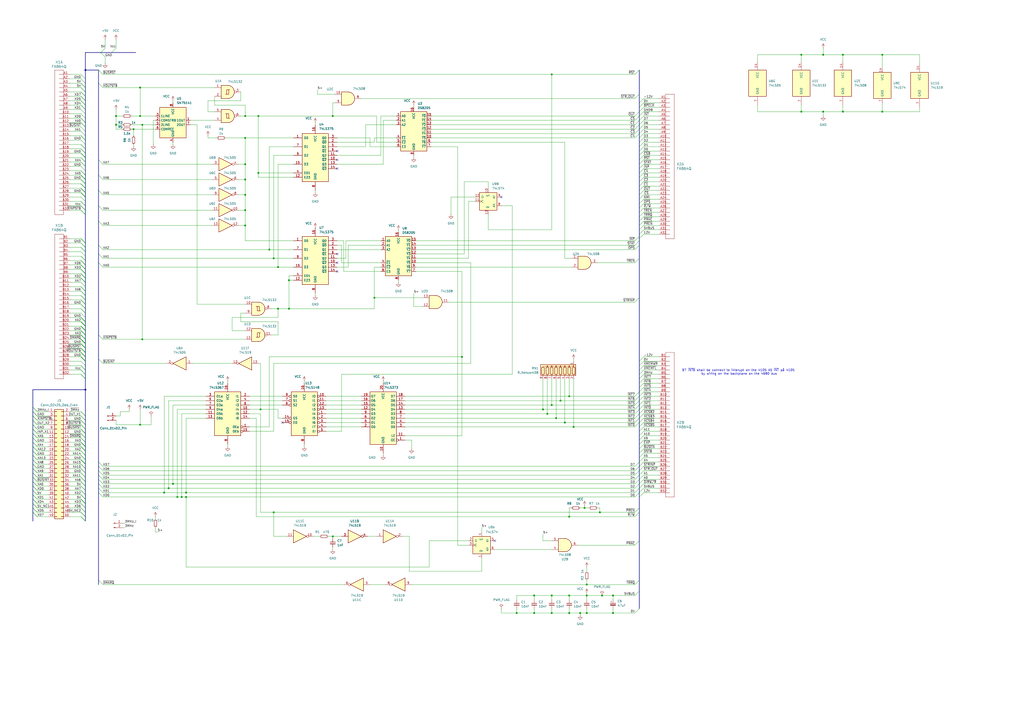
<source format=kicad_sch>
(kicad_sch
	(version 20231120)
	(generator "eeschema")
	(generator_version "8.0")
	(uuid "e1344761-a16d-4352-afe7-1fe017b9cf49")
	(paper "A2")
	(title_block
		(title "DataBoard 5076-00")
		(date "2023-10-10")
		(rev "v1.01")
		(company "SweProj")
		(comment 1 "Monty to 4680 int")
	)
	
	(junction
		(at 49.53 226.06)
		(diameter 0)
		(color 0 0 0 0)
		(uuid "0248e787-6e1c-49e8-8b0b-0fc7558c67a5")
	)
	(junction
		(at 81.28 246.38)
		(diameter 0)
		(color 0 0 0 0)
		(uuid "05b763b4-6408-49b5-b87b-cda311d9b6ce")
	)
	(junction
		(at 339.09 294.64)
		(diameter 0)
		(color 0 0 0 0)
		(uuid "076d30f8-018c-402d-8d10-5dcfd3142667")
	)
	(junction
		(at 149.86 67.31)
		(diameter 0)
		(color 0 0 0 0)
		(uuid "244cec5f-57b0-4577-8df4-68a098bbbd43")
	)
	(junction
		(at 81.28 50.8)
		(diameter 0)
		(color 0 0 0 0)
		(uuid "2871969b-8769-4be0-a32e-a479d171a607")
	)
	(junction
		(at 217.17 172.72)
		(diameter 0)
		(color 0 0 0 0)
		(uuid "2aed1204-9991-4d21-9d3d-b1782b590b56")
	)
	(junction
		(at 320.04 234.95)
		(diameter 0)
		(color 0 0 0 0)
		(uuid "2f528888-c6ea-4d1f-9c69-5cb216669b09")
	)
	(junction
		(at 355.6 355.6)
		(diameter 0)
		(color 0 0 0 0)
		(uuid "35d8cc86-0511-42a3-8650-711c5366c23e")
	)
	(junction
		(at 299.72 355.6)
		(diameter 0)
		(color 0 0 0 0)
		(uuid "365dcba7-1ede-46d0-bfbb-0e40c98742de")
	)
	(junction
		(at 102.87 288.29)
		(diameter 0)
		(color 0 0 0 0)
		(uuid "3b35ce85-19d7-4a6c-a1d6-fd3efe2fa667")
	)
	(junction
		(at 488.95 31.75)
		(diameter 0)
		(color 0 0 0 0)
		(uuid "3f71e12f-9502-42fe-8fa4-76c17bf6f9ab")
	)
	(junction
		(at 488.95 64.77)
		(diameter 0)
		(color 0 0 0 0)
		(uuid "41c7bd49-d3fb-40d4-8025-9d740a1f1fb6")
	)
	(junction
		(at 193.04 67.31)
		(diameter 0)
		(color 0 0 0 0)
		(uuid "463a61d8-6573-4061-ace2-17272ca41461")
	)
	(junction
		(at 267.97 207.01)
		(diameter 0)
		(color 0 0 0 0)
		(uuid "4cd5d0fe-7726-4814-b42d-12e9eaa2c5eb")
	)
	(junction
		(at 105.41 288.29)
		(diameter 0)
		(color 0 0 0 0)
		(uuid "4d2d9c93-7574-427a-bcbc-2766a597db87")
	)
	(junction
		(at 314.96 237.49)
		(diameter 0)
		(color 0 0 0 0)
		(uuid "4e4e9243-eff3-42b4-89cc-a07be9ce7a32")
	)
	(junction
		(at 330.2 229.87)
		(diameter 0)
		(color 0 0 0 0)
		(uuid "502360e3-a7a8-451d-8409-c0be032151c1")
	)
	(junction
		(at 81.28 67.31)
		(diameter 0)
		(color 0 0 0 0)
		(uuid "536aeeca-5580-4e0e-984e-11306e10c7d8")
	)
	(junction
		(at 327.66 245.11)
		(diameter 0)
		(color 0 0 0 0)
		(uuid "58b03589-825d-4568-9d2e-19086bdcdb10")
	)
	(junction
		(at 477.52 31.75)
		(diameter 0)
		(color 0 0 0 0)
		(uuid "58eb98d7-c281-4785-bd70-f57fa4ffcbd6")
	)
	(junction
		(at 511.81 31.75)
		(diameter 0)
		(color 0 0 0 0)
		(uuid "59a0d944-b2af-4f7e-8f63-17d3a1503b5e")
	)
	(junction
		(at 340.36 345.44)
		(diameter 0)
		(color 0 0 0 0)
		(uuid "59aa40ac-4ad0-441d-b7a9-6a7cbadad7fe")
	)
	(junction
		(at 336.55 355.6)
		(diameter 0)
		(color 0 0 0 0)
		(uuid "5ce13f3b-69d9-49dd-993b-8335328d2433")
	)
	(junction
		(at 161.29 154.94)
		(diameter 0)
		(color 0 0 0 0)
		(uuid "5e59be98-c4fc-4a0e-bebe-1f5ef853b042")
	)
	(junction
		(at 317.5 240.03)
		(diameter 0)
		(color 0 0 0 0)
		(uuid "703f091a-355b-44bf-ba8c-efb457cac25d")
	)
	(junction
		(at 477.52 64.77)
		(diameter 0)
		(color 0 0 0 0)
		(uuid "742026d4-df07-4383-b04c-cadbe184b998")
	)
	(junction
		(at 100.33 280.67)
		(diameter 0)
		(color 0 0 0 0)
		(uuid "7592db09-49d4-4924-9d55-27d5340981bb")
	)
	(junction
		(at 107.95 288.29)
		(diameter 0)
		(color 0 0 0 0)
		(uuid "7a72217c-afb2-47fc-9abf-8714d39f2b34")
	)
	(junction
		(at 161.29 179.07)
		(diameter 0)
		(color 0 0 0 0)
		(uuid "7e5b2ada-dc72-4175-9977-de205741c7bc")
	)
	(junction
		(at 309.88 345.44)
		(diameter 0)
		(color 0 0 0 0)
		(uuid "863df668-b970-4b28-93c2-29ab8aecb9ba")
	)
	(junction
		(at 330.2 345.44)
		(diameter 0)
		(color 0 0 0 0)
		(uuid "875a4fdb-2964-40ff-ad73-10467ef58a3c")
	)
	(junction
		(at 511.81 64.77)
		(diameter 0)
		(color 0 0 0 0)
		(uuid "87eaac93-63a4-485f-aaed-3fb1d24ca7da")
	)
	(junction
		(at 97.79 283.21)
		(diameter 0)
		(color 0 0 0 0)
		(uuid "89d34fb8-0470-41db-a2bf-e1f261ec228e")
	)
	(junction
		(at 320.04 355.6)
		(diameter 0)
		(color 0 0 0 0)
		(uuid "8fe63b48-de2c-498e-88e6-28489917b8ae")
	)
	(junction
		(at 142.24 130.81)
		(diameter 0)
		(color 0 0 0 0)
		(uuid "92fbef43-2de5-455e-b680-b9b33ef4a881")
	)
	(junction
		(at 355.6 345.44)
		(diameter 0)
		(color 0 0 0 0)
		(uuid "94a6e341-7b90-4a89-a151-fbcd9c44d106")
	)
	(junction
		(at 330.2 355.6)
		(diameter 0)
		(color 0 0 0 0)
		(uuid "99b34b48-aefc-46c8-9da7-7925dd3e815b")
	)
	(junction
		(at 77.47 74.93)
		(diameter 0)
		(color 0 0 0 0)
		(uuid "9ac1f459-db68-4401-b018-7c2bea440953")
	)
	(junction
		(at 49.53 40.64)
		(diameter 0)
		(color 0 0 0 0)
		(uuid "9b78e78c-bfb5-45a2-9e0f-fec7ad8c0819")
	)
	(junction
		(at 142.24 113.03)
		(diameter 0)
		(color 0 0 0 0)
		(uuid "9f816032-29e2-4044-87e3-15f626160ab3")
	)
	(junction
		(at 67.31 72.39)
		(diameter 0)
		(color 0 0 0 0)
		(uuid "ae2d3e84-afce-4676-b513-c6bc572da133")
	)
	(junction
		(at 332.74 247.65)
		(diameter 0)
		(color 0 0 0 0)
		(uuid "b019e1bf-8ff3-4cf7-95bf-026af145c021")
	)
	(junction
		(at 142.24 104.14)
		(diameter 0)
		(color 0 0 0 0)
		(uuid "b0fa76ea-a212-4397-978c-b505bdca798a")
	)
	(junction
		(at 193.04 311.15)
		(diameter 0)
		(color 0 0 0 0)
		(uuid "b376419f-c74c-4466-a82c-2628c9bb67e1")
	)
	(junction
		(at 340.36 355.6)
		(diameter 0)
		(color 0 0 0 0)
		(uuid "b7faae5e-fa60-4060-97d6-c8e84614a341")
	)
	(junction
		(at 95.25 285.75)
		(diameter 0)
		(color 0 0 0 0)
		(uuid "bc9fd276-f409-482e-af5b-f6872115c91d")
	)
	(junction
		(at 158.75 149.86)
		(diameter 0)
		(color 0 0 0 0)
		(uuid "bde5f379-fcfc-49e0-a7df-dc1668ec539b")
	)
	(junction
		(at 142.24 95.25)
		(diameter 0)
		(color 0 0 0 0)
		(uuid "bf52f8c7-ae61-40c2-91f3-6e763423c660")
	)
	(junction
		(at 320.04 43.18)
		(diameter 0)
		(color 0 0 0 0)
		(uuid "bfe65633-8ae6-4e45-8383-47d5230ea082")
	)
	(junction
		(at 149.86 100.33)
		(diameter 0)
		(color 0 0 0 0)
		(uuid "c0f447b0-d538-4db2-ad79-b99289a6e89b")
	)
	(junction
		(at 347.98 297.18)
		(diameter 0)
		(color 0 0 0 0)
		(uuid "c502b7f9-7665-4e17-a0c7-60a03e9eddcc")
	)
	(junction
		(at 330.2 299.72)
		(diameter 0)
		(color 0 0 0 0)
		(uuid "c755e985-d194-4b5f-8811-d158ae813f2f")
	)
	(junction
		(at 82.55 72.39)
		(diameter 0)
		(color 0 0 0 0)
		(uuid "ca6b8ad1-5ec8-4ff6-a4d4-29b96d07bd77")
	)
	(junction
		(at 142.24 67.31)
		(diameter 0)
		(color 0 0 0 0)
		(uuid "cc14543c-c026-49ba-8e0e-722b86da38fe")
	)
	(junction
		(at 349.25 345.44)
		(diameter 0)
		(color 0 0 0 0)
		(uuid "ce90a040-e41f-4f5e-bc95-1dbdcfd15a5b")
	)
	(junction
		(at 67.31 67.31)
		(diameter 0)
		(color 0 0 0 0)
		(uuid "d0625e38-f200-46af-acbc-ac8b1c831df7")
	)
	(junction
		(at 151.13 237.49)
		(diameter 0)
		(color 0 0 0 0)
		(uuid "d0dccd0c-4e09-4027-9bdf-4e1aaef4722a")
	)
	(junction
		(at 464.82 64.77)
		(diameter 0)
		(color 0 0 0 0)
		(uuid "d1be2fa8-2492-491e-bacc-1b125f079b8a")
	)
	(junction
		(at 320.04 345.44)
		(diameter 0)
		(color 0 0 0 0)
		(uuid "d53f213e-8d37-48c3-9a1f-47923cc35ac8")
	)
	(junction
		(at 464.82 31.75)
		(diameter 0)
		(color 0 0 0 0)
		(uuid "d6b250d2-c821-4fb3-b815-58c0149bab00")
	)
	(junction
		(at 107.95 285.75)
		(diameter 0)
		(color 0 0 0 0)
		(uuid "d8cf58eb-05ae-49ad-a7c2-c5adf693f0a3")
	)
	(junction
		(at 322.58 242.57)
		(diameter 0)
		(color 0 0 0 0)
		(uuid "d904278e-3ecc-4cda-9a46-94a9afe21f7a")
	)
	(junction
		(at 325.12 232.41)
		(diameter 0)
		(color 0 0 0 0)
		(uuid "d99e1d91-20ce-4fa8-a718-b0e0b8db571c")
	)
	(junction
		(at 158.75 297.18)
		(diameter 0)
		(color 0 0 0 0)
		(uuid "da9d8871-79a0-42f2-9411-088f2f82ea4e")
	)
	(junction
		(at 340.36 339.09)
		(diameter 0)
		(color 0 0 0 0)
		(uuid "dab38522-c4d7-4334-b3af-bbf22201fcf5")
	)
	(junction
		(at 82.55 196.85)
		(diameter 0)
		(color 0 0 0 0)
		(uuid "dbe9aecd-2213-4d05-8afb-451484886798")
	)
	(junction
		(at 167.64 179.07)
		(diameter 0)
		(color 0 0 0 0)
		(uuid "dc559b71-63dd-4d60-afe6-1af294dbdd4d")
	)
	(junction
		(at 156.21 144.78)
		(diameter 0)
		(color 0 0 0 0)
		(uuid "dee762d4-b1c6-4ba0-814b-b918fe7d5971")
	)
	(junction
		(at 142.24 121.92)
		(diameter 0)
		(color 0 0 0 0)
		(uuid "ee6736de-23d0-4e8d-87d0-2997d5b9f9dc")
	)
	(junction
		(at 309.88 355.6)
		(diameter 0)
		(color 0 0 0 0)
		(uuid "f6fad894-c0ac-4004-8ab3-cbd2f9c9ce69")
	)
	(junction
		(at 167.64 162.56)
		(diameter 0)
		(color 0 0 0 0)
		(uuid "f801c657-6ced-4a58-b03d-8f558cc360b9")
	)
	(junction
		(at 142.24 80.01)
		(diameter 0)
		(color 0 0 0 0)
		(uuid "fd46a241-fe18-4a7b-a7bf-7fee70609123")
	)
	(no_connect
		(at 195.58 157.48)
		(uuid "09e04520-eccc-4f39-8ae7-935869baaedf")
	)
	(no_connect
		(at 195.58 92.71)
		(uuid "0a582aaa-687a-45b7-a409-093ac710658d")
	)
	(no_connect
		(at 195.58 87.63)
		(uuid "1b6c93b4-dbf8-418b-98dd-0722835823de")
	)
	(no_connect
		(at 195.58 152.4)
		(uuid "2b360dac-74e6-46f4-91d1-b6dad72aabb4")
	)
	(no_connect
		(at 163.83 245.11)
		(uuid "56a0eb0a-b57d-4aa4-b084-6b1ecb6e0141")
	)
	(no_connect
		(at 195.58 97.79)
		(uuid "6b5e20f7-02f4-4487-ba39-30e046acc394")
	)
	(no_connect
		(at 195.58 147.32)
		(uuid "76b99f86-79ec-447e-8a3b-de7e0eff834c")
	)
	(no_connect
		(at 290.83 114.3)
		(uuid "96fef367-56c8-4746-8e1f-85d7793b30e2")
	)
	(no_connect
		(at 287.02 313.69)
		(uuid "b52b27f9-4786-4313-bcb4-c5768e4e8763")
	)
	(bus_entry
		(at 373.38 283.21)
		(size -2.54 2.54)
		(stroke
			(width 0)
			(type default)
		)
		(uuid "00626d44-c8b8-4b38-9cde-71900294fd2e")
	)
	(bus_entry
		(at 46.99 163.83)
		(size 2.54 2.54)
		(stroke
			(width 0)
			(type default)
		)
		(uuid "00d3dff9-bb1b-4a60-b916-59bad80da8cc")
	)
	(bus_entry
		(at 373.38 85.09)
		(size -2.54 2.54)
		(stroke
			(width 0)
			(type default)
		)
		(uuid "01010636-6a17-42dd-9380-162e0e12f25b")
	)
	(bus_entry
		(at 57.15 128.27)
		(size 2.54 2.54)
		(stroke
			(width 0)
			(type default)
		)
		(uuid "017cd690-d748-4cd4-b37c-4887931a7193")
	)
	(bus_entry
		(at 21.59 292.1)
		(size -2.54 -2.54)
		(stroke
			(width 0)
			(type default)
		)
		(uuid "01c276da-ea1c-434c-9c20-906d58d35d38")
	)
	(bus_entry
		(at 21.59 274.32)
		(size -2.54 -2.54)
		(stroke
			(width 0)
			(type default)
		)
		(uuid "01e7af3a-b92a-4c78-8d85-f68f45590ab9")
	)
	(bus_entry
		(at 373.38 247.65)
		(size -2.54 2.54)
		(stroke
			(width 0)
			(type default)
		)
		(uuid "031b8c7d-43da-4ccc-a6fc-99f9fadd6342")
	)
	(bus_entry
		(at 373.38 275.59)
		(size -2.54 2.54)
		(stroke
			(width 0)
			(type default)
		)
		(uuid "03386a55-d652-4111-8401-59d94af188a8")
	)
	(bus_entry
		(at 46.99 91.44)
		(size 2.54 2.54)
		(stroke
			(width 0)
			(type default)
		)
		(uuid "03c7bd74-a880-44d5-9cfb-06f328dd7ea1")
	)
	(bus_entry
		(at 46.99 246.38)
		(size 2.54 2.54)
		(stroke
			(width 0)
			(type default)
		)
		(uuid "041591bb-fbb7-45f1-8b22-6b43ec72209c")
	)
	(bus_entry
		(at 46.99 81.28)
		(size 2.54 2.54)
		(stroke
			(width 0)
			(type default)
		)
		(uuid "051ee245-da2c-4d91-bec0-d87155db3b0c")
	)
	(bus_entry
		(at 373.38 105.41)
		(size -2.54 2.54)
		(stroke
			(width 0)
			(type default)
		)
		(uuid "0593435c-a3a6-4303-8ee1-e2f747df2db5")
	)
	(bus_entry
		(at 46.99 91.44)
		(size 2.54 2.54)
		(stroke
			(width 0)
			(type default)
		)
		(uuid "06a91598-7a99-4bf1-95fb-18942d459f97")
	)
	(bus_entry
		(at 373.38 62.23)
		(size -2.54 2.54)
		(stroke
			(width 0)
			(type default)
		)
		(uuid "07e61786-b53e-4eea-a736-399d1db323d2")
	)
	(bus_entry
		(at 21.59 279.4)
		(size -2.54 -2.54)
		(stroke
			(width 0)
			(type default)
		)
		(uuid "07e8641d-0f2a-4f0e-93b7-d69f7db98131")
	)
	(bus_entry
		(at 46.99 161.29)
		(size 2.54 2.54)
		(stroke
			(width 0)
			(type default)
		)
		(uuid "0940ac63-080f-40fb-a992-a56ae663be12")
	)
	(bus_entry
		(at 46.99 207.01)
		(size 2.54 2.54)
		(stroke
			(width 0)
			(type default)
		)
		(uuid "097d6681-8084-4981-bdfb-3dda3e61a594")
	)
	(bus_entry
		(at 46.99 48.26)
		(size 2.54 2.54)
		(stroke
			(width 0)
			(type default)
		)
		(uuid "0a57f88b-6a1e-4cf3-a03f-55d4ccfdc902")
	)
	(bus_entry
		(at 46.99 204.47)
		(size 2.54 2.54)
		(stroke
			(width 0)
			(type default)
		)
		(uuid "0b76dbbc-4e8b-4f3d-b6c1-201ca306b253")
	)
	(bus_entry
		(at 46.99 179.07)
		(size 2.54 2.54)
		(stroke
			(width 0)
			(type default)
		)
		(uuid "0c1e2bd8-f4ab-4827-bf99-02d43cf0f3dd")
	)
	(bus_entry
		(at 46.99 101.6)
		(size 2.54 2.54)
		(stroke
			(width 0)
			(type default)
		)
		(uuid "0d4c2366-f664-4261-b04e-587f987a2bd9")
	)
	(bus_entry
		(at 21.59 276.86)
		(size -2.54 -2.54)
		(stroke
			(width 0)
			(type default)
		)
		(uuid "0e0ebf8b-fc49-4929-92e4-44a6d890c5d9")
	)
	(bus_entry
		(at 373.38 72.39)
		(size -2.54 2.54)
		(stroke
			(width 0)
			(type default)
		)
		(uuid "0ebcffc0-8f68-4080-8c66-264c38c9b22f")
	)
	(bus_entry
		(at 368.3 299.72)
		(size 2.54 -2.54)
		(stroke
			(width 0)
			(type default)
		)
		(uuid "0f654034-395a-4d19-916d-a329ff744fe8")
	)
	(bus_entry
		(at 373.38 232.41)
		(size -2.54 2.54)
		(stroke
			(width 0)
			(type default)
		)
		(uuid "0f96745d-9cc4-47b0-b110-7258aa92c025")
	)
	(bus_entry
		(at 46.99 76.2)
		(size 2.54 2.54)
		(stroke
			(width 0)
			(type default)
		)
		(uuid "1078915f-6439-417b-9c09-0af14323030e")
	)
	(bus_entry
		(at 368.3 237.49)
		(size 2.54 -2.54)
		(stroke
			(width 0)
			(type default)
		)
		(uuid "10b50ae2-11a9-4577-bb67-5e34e174be8a")
	)
	(bus_entry
		(at 46.99 111.76)
		(size 2.54 2.54)
		(stroke
			(width 0)
			(type default)
		)
		(uuid "10b6aaa8-79fb-40f5-b39c-f98db5192fb8")
	)
	(bus_entry
		(at 46.99 196.85)
		(size 2.54 2.54)
		(stroke
			(width 0)
			(type default)
		)
		(uuid "111f3560-f1c8-4c76-a829-cd8de6a5d4b5")
	)
	(bus_entry
		(at 373.38 92.71)
		(size -2.54 2.54)
		(stroke
			(width 0)
			(type default)
		)
		(uuid "11347683-79b8-48fd-a357-e86bf63fa540")
	)
	(bus_entry
		(at 46.99 254)
		(size 2.54 2.54)
		(stroke
			(width 0)
			(type default)
		)
		(uuid "11d3c47a-0973-48c6-bb9b-cdbe3139fe76")
	)
	(bus_entry
		(at 46.99 151.13)
		(size 2.54 2.54)
		(stroke
			(width 0)
			(type default)
		)
		(uuid "135f014e-2d53-484b-914a-bcc89846cf8d")
	)
	(bus_entry
		(at 46.99 140.97)
		(size 2.54 2.54)
		(stroke
			(width 0)
			(type default)
		)
		(uuid "13633ca1-340c-41d8-a17e-34bcbdfcedfc")
	)
	(bus_entry
		(at 21.59 246.38)
		(size -2.54 -2.54)
		(stroke
			(width 0)
			(type default)
		)
		(uuid "1367a8d8-9045-4cf3-9379-85d14dde0422")
	)
	(bus_entry
		(at 46.99 68.58)
		(size 2.54 2.54)
		(stroke
			(width 0)
			(type default)
		)
		(uuid "139f2953-845c-4e83-a240-dc9aa7b98803")
	)
	(bus_entry
		(at 368.3 288.29)
		(size 2.54 -2.54)
		(stroke
			(width 0)
			(type default)
		)
		(uuid "1492a306-e0c8-44e7-92ec-713cba0da2fb")
	)
	(bus_entry
		(at 46.99 246.38)
		(size 2.54 2.54)
		(stroke
			(width 0)
			(type default)
		)
		(uuid "14e31da1-4a0f-4050-a56a-8bcae3701054")
	)
	(bus_entry
		(at 373.38 107.95)
		(size -2.54 2.54)
		(stroke
			(width 0)
			(type default)
		)
		(uuid "150e2540-5141-45d1-8fcc-ec13bc1102d8")
	)
	(bus_entry
		(at 46.99 156.21)
		(size 2.54 2.54)
		(stroke
			(width 0)
			(type default)
		)
		(uuid "15fd0750-caf0-4cd4-a8c1-fc91f704268b")
	)
	(bus_entry
		(at 21.59 299.72)
		(size -2.54 -2.54)
		(stroke
			(width 0)
			(type default)
		)
		(uuid "160a398b-b270-4563-9812-c8014ee4bdbb")
	)
	(bus_entry
		(at 46.99 71.12)
		(size 2.54 2.54)
		(stroke
			(width 0)
			(type default)
		)
		(uuid "1672067c-cc7e-4e91-a084-d1292833cc55")
	)
	(bus_entry
		(at 373.38 212.09)
		(size -2.54 2.54)
		(stroke
			(width 0)
			(type default)
		)
		(uuid "16784260-93bf-498e-8645-d92f98054600")
	)
	(bus_entry
		(at 368.3 57.15)
		(size 2.54 -2.54)
		(stroke
			(width 0)
			(type default)
		)
		(uuid "16e98c12-45af-4f12-a381-c9e28ca5a7e2")
	)
	(bus_entry
		(at 46.99 161.29)
		(size 2.54 2.54)
		(stroke
			(width 0)
			(type default)
		)
		(uuid "180497e6-0dec-4857-8da1-41c9fd29c24f")
	)
	(bus_entry
		(at 46.99 111.76)
		(size 2.54 2.54)
		(stroke
			(width 0)
			(type default)
		)
		(uuid "1863c0bc-0297-4b3f-8d89-36e432bc6394")
	)
	(bus_entry
		(at 46.99 101.6)
		(size 2.54 2.54)
		(stroke
			(width 0)
			(type default)
		)
		(uuid "18763c10-a0ec-4bcb-9ee3-deab99849a9b")
	)
	(bus_entry
		(at 46.99 153.67)
		(size 2.54 2.54)
		(stroke
			(width 0)
			(type default)
		)
		(uuid "1903439a-37e1-4847-a3c9-1a1a83fef5ba")
	)
	(bus_entry
		(at 46.99 109.22)
		(size 2.54 2.54)
		(stroke
			(width 0)
			(type default)
		)
		(uuid "19c34264-3bbc-44b3-a571-af40ad80a33b")
	)
	(bus_entry
		(at 57.15 273.05)
		(size 2.54 2.54)
		(stroke
			(width 0)
			(type default)
		)
		(uuid "19d59bf2-1ac4-4653-9454-51b64733611c")
	)
	(bus_entry
		(at 46.99 271.78)
		(size 2.54 2.54)
		(stroke
			(width 0)
			(type default)
		)
		(uuid "1a4cee83-a250-4104-b167-1ab56f8498c5")
	)
	(bus_entry
		(at 46.99 50.8)
		(size 2.54 2.54)
		(stroke
			(width 0)
			(type default)
		)
		(uuid "1a93bada-4844-452e-99d6-c620d51adafc")
	)
	(bus_entry
		(at 46.99 191.77)
		(size 2.54 2.54)
		(stroke
			(width 0)
			(type default)
		)
		(uuid "1c22a299-fc05-4dcb-a78b-7c836185f9fc")
	)
	(bus_entry
		(at 46.99 194.31)
		(size 2.54 2.54)
		(stroke
			(width 0)
			(type default)
		)
		(uuid "1c7129e4-56e0-4f34-ae92-a77fecaef49f")
	)
	(bus_entry
		(at 46.99 266.7)
		(size 2.54 2.54)
		(stroke
			(width 0)
			(type default)
		)
		(uuid "1ce85a2d-9093-441f-a80d-45b1093fd122")
	)
	(bus_entry
		(at 46.99 104.14)
		(size 2.54 2.54)
		(stroke
			(width 0)
			(type default)
		)
		(uuid "1d75b0cf-a08e-43d0-8dd7-cb5eb618a155")
	)
	(bus_entry
		(at 46.99 86.36)
		(size 2.54 2.54)
		(stroke
			(width 0)
			(type default)
		)
		(uuid "1d87f935-40e6-45e1-927a-54a2e971f946")
	)
	(bus_entry
		(at 368.3 297.18)
		(size 2.54 -2.54)
		(stroke
			(width 0)
			(type default)
		)
		(uuid "1e078c91-a23f-4a1a-93d2-86d8e9283bdd")
	)
	(bus_entry
		(at 46.99 212.09)
		(size 2.54 2.54)
		(stroke
			(width 0)
			(type default)
		)
		(uuid "1e2dcca7-660f-4c28-bd86-ec74edf7dfd1")
	)
	(bus_entry
		(at 46.99 256.54)
		(size 2.54 2.54)
		(stroke
			(width 0)
			(type default)
		)
		(uuid "1e6e4ebf-2373-488c-ad95-728f584442b0")
	)
	(bus_entry
		(at 46.99 207.01)
		(size 2.54 2.54)
		(stroke
			(width 0)
			(type default)
		)
		(uuid "1e9bc929-916a-4d38-bd1b-6ad6f6457cfb")
	)
	(bus_entry
		(at 46.99 287.02)
		(size 2.54 2.54)
		(stroke
			(width 0)
			(type default)
		)
		(uuid "1f116560-5cbf-4686-9c7a-645e0e57acaa")
	)
	(bus_entry
		(at 46.99 207.01)
		(size 2.54 2.54)
		(stroke
			(width 0)
			(type default)
		)
		(uuid "1f138f43-3f25-4248-baf6-b3ac0e717bff")
	)
	(bus_entry
		(at 46.99 58.42)
		(size 2.54 2.54)
		(stroke
			(width 0)
			(type default)
		)
		(uuid "21108084-5c42-43d3-b9c2-a4b6426bba5d")
	)
	(bus_entry
		(at 46.99 189.23)
		(size 2.54 2.54)
		(stroke
			(width 0)
			(type default)
		)
		(uuid "216192d2-cf6c-4d39-aab9-a2dfaad5326b")
	)
	(bus_entry
		(at 46.99 194.31)
		(size 2.54 2.54)
		(stroke
			(width 0)
			(type default)
		)
		(uuid "2195968f-4ef0-47e7-8f74-b0856cb8eb5e")
	)
	(bus_entry
		(at 368.3 152.4)
		(size 2.54 -2.54)
		(stroke
			(width 0)
			(type default)
		)
		(uuid "21ad1ee0-5c1a-4f58-8e42-c7a00911646a")
	)
	(bus_entry
		(at 21.59 254)
		(size -2.54 -2.54)
		(stroke
			(width 0)
			(type default)
		)
		(uuid "223620f5-8696-4c0f-a812-ea7efe9056f3")
	)
	(bus_entry
		(at 46.99 243.84)
		(size 2.54 2.54)
		(stroke
			(width 0)
			(type default)
		)
		(uuid "22f337ed-98dd-4f67-a1ae-393735204df5")
	)
	(bus_entry
		(at 373.38 257.81)
		(size -2.54 2.54)
		(stroke
			(width 0)
			(type default)
		)
		(uuid "2434477b-ac75-4d2b-ab66-b594f555c606")
	)
	(bus_entry
		(at 46.99 138.43)
		(size 2.54 2.54)
		(stroke
			(width 0)
			(type default)
		)
		(uuid "24767407-a575-4076-a4b0-9d6790043f65")
	)
	(bus_entry
		(at 46.99 55.88)
		(size 2.54 2.54)
		(stroke
			(width 0)
			(type default)
		)
		(uuid "2548ffc4-183b-4af0-a1ff-7bc0ab2225b0")
	)
	(bus_entry
		(at 46.99 259.08)
		(size 2.54 2.54)
		(stroke
			(width 0)
			(type default)
		)
		(uuid "2598968d-60a0-4a59-9aba-2582c2ed4065")
	)
	(bus_entry
		(at 21.59 266.7)
		(size -2.54 -2.54)
		(stroke
			(width 0)
			(type default)
		)
		(uuid "25bbf8af-a1d4-44e9-88af-ed8a5d437ebb")
	)
	(bus_entry
		(at 373.38 133.35)
		(size -2.54 2.54)
		(stroke
			(width 0)
			(type default)
		)
		(uuid "25c19b93-6600-4790-952e-d53e167fd1ec")
	)
	(bus_entry
		(at 58.42 30.48)
		(size 2.54 -2.54)
		(stroke
			(width 0)
			(type default)
		)
		(uuid "27212589-8ff6-4573-af04-7544fc54afa8")
	)
	(bus_entry
		(at 46.99 248.92)
		(size 2.54 2.54)
		(stroke
			(width 0)
			(type default)
		)
		(uuid "2779c4dd-d22d-4bda-9871-557cc49b7845")
	)
	(bus_entry
		(at 46.99 292.1)
		(size 2.54 2.54)
		(stroke
			(width 0)
			(type default)
		)
		(uuid "27b2faf0-dfaa-43f1-bdca-f6ef87047d64")
	)
	(bus_entry
		(at 21.59 238.76)
		(size -2.54 -2.54)
		(stroke
			(width 0)
			(type default)
		)
		(uuid "285940c4-8c93-4f67-a547-5b882ddb4f58")
	)
	(bus_entry
		(at 46.99 274.32)
		(size 2.54 2.54)
		(stroke
			(width 0)
			(type default)
		)
		(uuid "28f9be8d-b106-4d3d-b090-97a9db1b4447")
	)
	(bus_entry
		(at 46.99 256.54)
		(size 2.54 2.54)
		(stroke
			(width 0)
			(type default)
		)
		(uuid "2950bf02-f288-41aa-88ac-b6ebc7a545b2")
	)
	(bus_entry
		(at 46.99 78.74)
		(size 2.54 2.54)
		(stroke
			(width 0)
			(type default)
		)
		(uuid "2962df16-b266-4d3c-a2d0-31770a49f0c6")
	)
	(bus_entry
		(at 373.38 262.89)
		(size -2.54 2.54)
		(stroke
			(width 0)
			(type default)
		)
		(uuid "29778652-1cb4-48a4-bdeb-debe2291faa5")
	)
	(bus_entry
		(at 46.99 297.18)
		(size 2.54 2.54)
		(stroke
			(width 0)
			(type default)
		)
		(uuid "29dc60e2-006f-4aca-90c8-9a1cae72a1ee")
	)
	(bus_entry
		(at 46.99 196.85)
		(size 2.54 2.54)
		(stroke
			(width 0)
			(type default)
		)
		(uuid "2a8d5b9d-a0f4-4418-9042-3eaf4c2f8f82")
	)
	(bus_entry
		(at 46.99 248.92)
		(size 2.54 2.54)
		(stroke
			(width 0)
			(type default)
		)
		(uuid "2c5ebd50-08e3-4c29-8948-7d8088246260")
	)
	(bus_entry
		(at 46.99 217.17)
		(size 2.54 2.54)
		(stroke
			(width 0)
			(type default)
		)
		(uuid "2ebd8d8e-e7bf-455b-852d-f15030a16962")
	)
	(bus_entry
		(at 46.99 297.18)
		(size 2.54 2.54)
		(stroke
			(width 0)
			(type default)
		)
		(uuid "2ec1d3a2-eed6-465f-abce-9ab7d49e4f03")
	)
	(bus_entry
		(at 368.3 74.93)
		(size 2.54 -2.54)
		(stroke
			(width 0)
			(type default)
		)
		(uuid "2f651ebf-704b-44f7-8474-054047fd2984")
	)
	(bus_entry
		(at 21.59 243.84)
		(size -2.54 -2.54)
		(stroke
			(width 0)
			(type default)
		)
		(uuid "2fd6dbec-a21c-417c-97d2-ee742c3523bc")
	)
	(bus_entry
		(at 46.99 292.1)
		(size 2.54 2.54)
		(stroke
			(width 0)
			(type default)
		)
		(uuid "2fd6e204-635e-415c-bfe5-946789b0c7ee")
	)
	(bus_entry
		(at 21.59 287.02)
		(size -2.54 -2.54)
		(stroke
			(width 0)
			(type default)
		)
		(uuid "313e1e09-01b5-4d7c-a9bf-c2a8581d0a36")
	)
	(bus_entry
		(at 46.99 256.54)
		(size 2.54 2.54)
		(stroke
			(width 0)
			(type default)
		)
		(uuid "3184ec14-83f3-4311-bc22-d5107b134624")
	)
	(bus_entry
		(at 46.99 83.82)
		(size 2.54 2.54)
		(stroke
			(width 0)
			(type default)
		)
		(uuid "32b5501b-877c-45e3-a306-4caf69ac474d")
	)
	(bus_entry
		(at 46.99 181.61)
		(size 2.54 2.54)
		(stroke
			(width 0)
			(type default)
		)
		(uuid "32ce7ec4-27d5-412f-86a8-ae55e659bce0")
	)
	(bus_entry
		(at 21.59 251.46)
		(size -2.54 -2.54)
		(stroke
			(width 0)
			(type default)
		)
		(uuid "32e9ed9c-5694-488b-b227-acac4738aa43")
	)
	(bus_entry
		(at 57.15 275.59)
		(size 2.54 2.54)
		(stroke
			(width 0)
			(type default)
		)
		(uuid "3367f88c-beb1-4921-8a4f-767c66836d95")
	)
	(bus_entry
		(at 373.38 82.55)
		(size -2.54 2.54)
		(stroke
			(width 0)
			(type default)
		)
		(uuid "33a44909-5efc-45c3-9ccd-f654d2535065")
	)
	(bus_entry
		(at 373.38 115.57)
		(size -2.54 2.54)
		(stroke
			(width 0)
			(type default)
		)
		(uuid "33e62bc8-1a75-4691-acec-8d0bf228a7a0")
	)
	(bus_entry
		(at 46.99 104.14)
		(size 2.54 2.54)
		(stroke
			(width 0)
			(type default)
		)
		(uuid "341cd6a1-838e-4b28-9e59-735c0c7ae3a8")
	)
	(bus_entry
		(at 46.99 45.72)
		(size 2.54 2.54)
		(stroke
			(width 0)
			(type default)
		)
		(uuid "34dacd57-0856-4830-9ec6-142189317342")
	)
	(bus_entry
		(at 46.99 93.98)
		(size 2.54 2.54)
		(stroke
			(width 0)
			(type default)
		)
		(uuid "350a9437-3a3d-4762-a01c-aa629a128dcd")
	)
	(bus_entry
		(at 21.59 261.62)
		(size -2.54 -2.54)
		(stroke
			(width 0)
			(type default)
		)
		(uuid "35ea7997-a48c-4568-8fc1-68f8f48229f6")
	)
	(bus_entry
		(at 46.99 43.18)
		(size 2.54 2.54)
		(stroke
			(width 0)
			(type default)
		)
		(uuid "3757fc29-e979-4724-a6d9-c33e01c28ac4")
	)
	(bus_entry
		(at 21.59 259.08)
		(size -2.54 -2.54)
		(stroke
			(width 0)
			(type default)
		)
		(uuid "380840bd-5c2c-4863-b6d9-15f45867c5bf")
	)
	(bus_entry
		(at 21.59 241.3)
		(size -2.54 -2.54)
		(stroke
			(width 0)
			(type default)
		)
		(uuid "3828a0d9-d8b9-4898-8474-c0cb93308de7")
	)
	(bus_entry
		(at 60.96 33.02)
		(size -2.54 -2.54)
		(stroke
			(width 0)
			(type default)
		)
		(uuid "387654d5-80d2-46d9-8cd5-7f208f8856d5")
	)
	(bus_entry
		(at 46.99 238.76)
		(size 2.54 2.54)
		(stroke
			(width 0)
			(type default)
		)
		(uuid "38d4f8e4-ca47-4de2-aed5-296079b6f830")
	)
	(bus_entry
		(at 46.99 201.93)
		(size 2.54 2.54)
		(stroke
			(width 0)
			(type default)
		)
		(uuid "38e65adc-e2e5-4202-b4ff-fb964959940b")
	)
	(bus_entry
		(at 21.59 299.72)
		(size -2.54 -2.54)
		(stroke
			(width 0)
			(type default)
		)
		(uuid "39aaaa38-609c-4ebe-8807-6fa015137c0e")
	)
	(bus_entry
		(at 368.3 234.95)
		(size 2.54 -2.54)
		(stroke
			(width 0)
			(type default)
		)
		(uuid "39bf5ea4-8a66-440b-9970-83032b783066")
	)
	(bus_entry
		(at 57.15 267.97)
		(size 2.54 2.54)
		(stroke
			(width 0)
			(type default)
		)
		(uuid "3a33b77d-520a-4245-ad82-aad1cade0e77")
	)
	(bus_entry
		(at 373.38 280.67)
		(size -2.54 2.54)
		(stroke
			(width 0)
			(type default)
		)
		(uuid "3a4ebfa4-0877-4ac3-b0a2-bed0f49cb978")
	)
	(bus_entry
		(at 46.99 101.6)
		(size 2.54 2.54)
		(stroke
			(width 0)
			(type default)
		)
		(uuid "3ac78842-b82f-40ea-8f07-dbbb33f4013a")
	)
	(bus_entry
		(at 368.3 77.47)
		(size 2.54 -2.54)
		(stroke
			(width 0)
			(type default)
		)
		(uuid "3adabfd9-0611-40a4-870b-1277e0cc9612")
	)
	(bus_entry
		(at 21.59 276.86)
		(size -2.54 -2.54)
		(stroke
			(width 0)
			(type default)
		)
		(uuid "3b76a28c-9e70-4359-9ca6-fd325696d966")
	)
	(bus_entry
		(at 46.99 161.29)
		(size 2.54 2.54)
		(stroke
			(width 0)
			(type default)
		)
		(uuid "3c23edf2-00d5-4a0d-a4d8-3f4fca4ffc37")
	)
	(bus_entry
		(at 46.99 266.7)
		(size 2.54 2.54)
		(stroke
			(width 0)
			(type default)
		)
		(uuid "3c5bd003-a40c-4c22-9d5d-4961ebb6e862")
	)
	(bus_entry
		(at 21.59 256.54)
		(size -2.54 -2.54)
		(stroke
			(width 0)
			(type default)
		)
		(uuid "3c68256e-b1e5-48c0-a5cd-5548c42da3d7")
	)
	(bus_entry
		(at 46.99 55.88)
		(size 2.54 2.54)
		(stroke
			(width 0)
			(type default)
		)
		(uuid "3cf6f733-5ba4-4898-8c43-65bcdbe93104")
	)
	(bus_entry
		(at 46.99 199.39)
		(size 2.54 2.54)
		(stroke
			(width 0)
			(type default)
		)
		(uuid "3ddbfc5c-4b17-4a17-9baa-f4f40103b702")
	)
	(bus_entry
		(at 46.99 166.37)
		(size 2.54 2.54)
		(stroke
			(width 0)
			(type default)
		)
		(uuid "3deb1f7c-516a-48a3-818b-b961a5aaa518")
	)
	(bus_entry
		(at 21.59 281.94)
		(size -2.54 -2.54)
		(stroke
			(width 0)
			(type default)
		)
		(uuid "3f473e37-ee12-4131-aaca-ef51ea8143c1")
	)
	(bus_entry
		(at 46.99 259.08)
		(size 2.54 2.54)
		(stroke
			(width 0)
			(type default)
		)
		(uuid "3ff3a47e-c2d5-46ab-977c-b10226e85fff")
	)
	(bus_entry
		(at 46.99 199.39)
		(size 2.54 2.54)
		(stroke
			(width 0)
			(type default)
		)
		(uuid "40b73d98-f3a1-47fe-81b9-26da153f236e")
	)
	(bus_entry
		(at 46.99 191.77)
		(size 2.54 2.54)
		(stroke
			(width 0)
			(type default)
		)
		(uuid "413f3597-d0bd-451d-b357-ef8e6e1800da")
	)
	(bus_entry
		(at 21.59 238.76)
		(size -2.54 -2.54)
		(stroke
			(width 0)
			(type default)
		)
		(uuid "4171041b-24bc-4bb9-a42a-da5d4bf65cce")
	)
	(bus_entry
		(at 21.59 269.24)
		(size -2.54 -2.54)
		(stroke
			(width 0)
			(type default)
		)
		(uuid "418ce37a-2839-472f-9e3d-9e5ee02dbead")
	)
	(bus_entry
		(at 46.99 254)
		(size 2.54 2.54)
		(stroke
			(width 0)
			(type default)
		)
		(uuid "419b60db-276c-4645-8103-6514fda53534")
	)
	(bus_entry
		(at 21.59 248.92)
		(size -2.54 -2.54)
		(stroke
			(width 0)
			(type default)
		)
		(uuid "41d7fcd7-5c7c-4708-9371-09a3060a98d9")
	)
	(bus_entry
		(at 368.3 283.21)
		(size 2.54 -2.54)
		(stroke
			(width 0)
			(type default)
		)
		(uuid "424d5095-8b18-4cee-877d-57aebbc7a6b3")
	)
	(bus_entry
		(at 368.3 69.85)
		(size 2.54 -2.54)
		(stroke
			(width 0)
			(type default)
		)
		(uuid "425ca748-e295-4d3e-b9fb-7a69c8e0ab29")
	)
	(bus_entry
		(at 373.38 120.65)
		(size -2.54 2.54)
		(stroke
			(width 0)
			(type default)
		)
		(uuid "42fed9bf-863c-423c-a913-47a5194aa7f3")
	)
	(bus_entry
		(at 46.99 151.13)
		(size 2.54 2.54)
		(stroke
			(width 0)
			(type default)
		)
		(uuid "4392f26a-a7b8-459c-b930-bb8a8e3da582")
	)
	(bus_entry
		(at 368.3 273.05)
		(size 2.54 -2.54)
		(stroke
			(width 0)
			(type default)
		)
		(uuid "43cb0c0b-b1af-475a-adf1-204dc1ceddb4")
	)
	(bus_entry
		(at 46.99 204.47)
		(size 2.54 2.54)
		(stroke
			(width 0)
			(type default)
		)
		(uuid "447e3886-0a16-4470-8cd8-53149baba9e0")
	)
	(bus_entry
		(at 373.38 234.95)
		(size -2.54 2.54)
		(stroke
			(width 0)
			(type default)
		)
		(uuid "44990fda-78c9-4d67-b2b5-8fa0085dc1dd")
	)
	(bus_entry
		(at 46.99 199.39)
		(size 2.54 2.54)
		(stroke
			(width 0)
			(type default)
		)
		(uuid "450c4136-1cbb-4f49-99d9-b4b5af2c2baa")
	)
	(bus_entry
		(at 46.99 196.85)
		(size 2.54 2.54)
		(stroke
			(width 0)
			(type default)
		)
		(uuid "46189da3-b16f-4a2d-bf00-88a15d0ad4e4")
	)
	(bus_entry
		(at 373.38 95.25)
		(size -2.54 2.54)
		(stroke
			(width 0)
			(type default)
		)
		(uuid "46d30a5e-4ff2-4822-84e1-9e0aa0081e33")
	)
	(bus_entry
		(at 21.59 284.48)
		(size -2.54 -2.54)
		(stroke
			(width 0)
			(type default)
		)
		(uuid "47f5c9d1-4e94-4e70-9517-a9fe767ed20e")
	)
	(bus_entry
		(at 46.99 99.06)
		(size 2.54 2.54)
		(stroke
			(width 0)
			(type default)
		)
		(uuid "4859695f-7a52-4f34-b37c-20adef611ee6")
	)
	(bus_entry
		(at 46.99 248.92)
		(size 2.54 2.54)
		(stroke
			(width 0)
			(type default)
		)
		(uuid "4887b0df-6caf-4d5e-b648-1b8e0d701cad")
	)
	(bus_entry
		(at 46.99 274.32)
		(size 2.54 2.54)
		(stroke
			(width 0)
			(type default)
		)
		(uuid "48952063-1497-4d14-8fd5-acea618a5cee")
	)
	(bus_entry
		(at 46.99 116.84)
		(size 2.54 2.54)
		(stroke
			(width 0)
			(type default)
		)
		(uuid "48c7fcf8-3a59-40a0-a2e9-5e205c34f956")
	)
	(bus_entry
		(at 368.3 72.39)
		(size 2.54 -2.54)
		(stroke
			(width 0)
			(type default)
		)
		(uuid "48df48c6-3f7c-416a-be98-6584db4a3390")
	)
	(bus_entry
		(at 21.59 254)
		(size -2.54 -2.54)
		(stroke
			(width 0)
			(type default)
		)
		(uuid "495a8bd2-379d-4c73-91bb-563725db8a55")
	)
	(bus_entry
		(at 21.59 264.16)
		(size -2.54 -2.54)
		(stroke
			(width 0)
			(type default)
		)
		(uuid "4aea5074-ffe6-46dc-b4bd-264c6b7af3af")
	)
	(bus_entry
		(at 46.99 53.34)
		(size 2.54 2.54)
		(stroke
			(width 0)
			(type default)
		)
		(uuid "4af666ea-a427-491c-a44c-7187cb6469b8")
	)
	(bus_entry
		(at 373.38 128.27)
		(size -2.54 2.54)
		(stroke
			(width 0)
			(type default)
		)
		(uuid "4bfa998a-63df-486c-beb9-b4fd8ca82c96")
	)
	(bus_entry
		(at 373.38 270.51)
		(size -2.54 2.54)
		(stroke
			(width 0)
			(type default)
		)
		(uuid "4c1f70dc-9295-4f1e-b8c6-4a5a9667050a")
	)
	(bus_entry
		(at 46.99 189.23)
		(size 2.54 2.54)
		(stroke
			(width 0)
			(type default)
		)
		(uuid "4cbd3cd3-2a43-4cbd-be47-e169397bad2c")
	)
	(bus_entry
		(at 57.15 142.24)
		(size 2.54 2.54)
		(stroke
			(width 0)
			(type default)
		)
		(uuid "4cda1c6e-27d2-4210-a8c9-515f3e12fd5f")
	)
	(bus_entry
		(at 368.3 280.67)
		(size 2.54 -2.54)
		(stroke
			(width 0)
			(type default)
		)
		(uuid "4da7c820-093f-4495-bad6-708fdb6bbc89")
	)
	(bus_entry
		(at 373.38 77.47)
		(size -2.54 2.54)
		(stroke
			(width 0)
			(type default)
		)
		(uuid "4de8ad98-ea1c-4325-8d8c-43cd9d1515a1")
	)
	(bus_entry
		(at 368.3 275.59)
		(size 2.54 -2.54)
		(stroke
			(width 0)
			(type default)
		)
		(uuid "4e974353-3a4a-4193-84fb-b1a85ef2cb9b")
	)
	(bus_entry
		(at 21.59 279.4)
		(size -2.54 -2.54)
		(stroke
			(width 0)
			(type default)
		)
		(uuid "4feeb057-e13c-4317-9f76-8c465ffccbc9")
	)
	(bus_entry
		(at 46.99 184.15)
		(size 2.54 2.54)
		(stroke
			(width 0)
			(type default)
		)
		(uuid "4ffc3cda-2af7-4ed3-8b92-9f66ce907386")
	)
	(bus_entry
		(at 46.99 248.92)
		(size 2.54 2.54)
		(stroke
			(width 0)
			(type default)
		)
		(uuid "50923a0c-aef5-4297-9b39-4c9e9df55ad8")
	)
	(bus_entry
		(at 46.99 168.91)
		(size 2.54 2.54)
		(stroke
			(width 0)
			(type default)
		)
		(uuid "51cc21fd-3de7-4d42-a629-1a17f7d4a1e4")
	)
	(bus_entry
		(at 46.99 194.31)
		(size 2.54 2.54)
		(stroke
			(width 0)
			(type default)
		)
		(uuid "528483bd-58e6-438e-aa54-e9d4ebc88ee1")
	)
	(bus_entry
		(at 57.15 40.64)
		(size 2.54 2.54)
		(stroke
			(width 0)
			(type default)
		)
		(uuid "530b1d8e-e115-42fd-9cab-aa3e30413011")
	)
	(bus_entry
		(at 46.99 106.68)
		(size 2.54 2.54)
		(stroke
			(width 0)
			(type default)
		)
		(uuid "53f5badf-98b7-4bab-b057-b2585950e157")
	)
	(bus_entry
		(at 21.59 266.7)
		(size -2.54 -2.54)
		(stroke
			(width 0)
			(type default)
		)
		(uuid "546d4f34-e858-40f9-ae75-b5821df6b563")
	)
	(bus_entry
		(at 373.38 57.15)
		(size -2.54 2.54)
		(stroke
			(width 0)
			(type default)
		)
		(uuid "54978c8e-c048-470f-b5a8-87059742b891")
	)
	(bus_entry
		(at 46.99 101.6)
		(size 2.54 2.54)
		(stroke
			(width 0)
			(type default)
		)
		(uuid "562226de-7aff-4bef-a4db-4dad950223d4")
	)
	(bus_entry
		(at 373.38 267.97)
		(size -2.54 2.54)
		(stroke
			(width 0)
			(type default)
		)
		(uuid "56cb32ea-4b49-4995-bbfe-886231905ae1")
	)
	(bus_entry
		(at 46.99 194.31)
		(size 2.54 2.54)
		(stroke
			(width 0)
			(type default)
		)
		(uuid "57276792-8517-4add-a2dd-adfef7457111")
	)
	(bus_entry
		(at 368.3 270.51)
		(size 2.54 -2.54)
		(stroke
			(width 0)
			(type default)
		)
		(uuid "573558ec-322a-4ae4-9cd4-861d4823b150")
	)
	(bus_entry
		(at 46.99 153.67)
		(size 2.54 2.54)
		(stroke
			(width 0)
			(type default)
		)
		(uuid "57409178-1e12-4224-96e5-7f2f1cd502cb")
	)
	(bus_entry
		(at 46.99 66.04)
		(size 2.54 2.54)
		(stroke
			(width 0)
			(type default)
		)
		(uuid "58e87849-b1a2-405f-aab6-b64bc294985c")
	)
	(bus_entry
		(at 21.59 259.08)
		(size -2.54 -2.54)
		(stroke
			(width 0)
			(type default)
		)
		(uuid "591f913b-86d9-4427-8208-38d996e4129f")
	)
	(bus_entry
		(at 373.38 118.11)
		(size -2.54 2.54)
		(stroke
			(width 0)
			(type default)
		)
		(uuid "5a99b870-f390-4355-85e3-41cb54a3a327")
	)
	(bus_entry
		(at 373.38 278.13)
		(size -2.54 2.54)
		(stroke
			(width 0)
			(type default)
		)
		(uuid "5bc700e2-0031-4b2a-ba26-fbc635732156")
	)
	(bus_entry
		(at 46.99 146.05)
		(size 2.54 2.54)
		(stroke
			(width 0)
			(type default)
		)
		(uuid "5c3297a9-be8f-4cc7-aa88-3c279b81c349")
	)
	(bus_entry
		(at 46.99 156.21)
		(size 2.54 2.54)
		(stroke
			(width 0)
			(type default)
		)
		(uuid "5c956e3d-b18c-4484-aa33-d6fd63045160")
	)
	(bus_entry
		(at 368.3 80.01)
		(size 2.54 -2.54)
		(stroke
			(width 0)
			(type default)
		)
		(uuid "5d1542d2-842c-46a5-b2f5-5a5bb465d92e")
	)
	(bus_entry
		(at 57.15 208.28)
		(size 2.54 2.54)
		(stroke
			(width 0)
			(type default)
		)
		(uuid "5e0006aa-ceb4-4516-9f43-22d0593786f1")
	)
	(bus_entry
		(at 368.3 144.78)
		(size 2.54 -2.54)
		(stroke
			(width 0)
			(type default)
		)
		(uuid "5f867e0e-a923-4db1-9843-f4684abfb7ed")
	)
	(bus_entry
		(at 46.99 173.99)
		(size 2.54 2.54)
		(stroke
			(width 0)
			(type default)
		)
		(uuid "5fcdba7f-c1ec-4166-a063-d2551466f78c")
	)
	(bus_entry
		(at 46.99 186.69)
		(size 2.54 2.54)
		(stroke
			(width 0)
			(type default)
		)
		(uuid "5ffe9477-d7d9-4a78-b62c-09fa7efd47ac")
	)
	(bus_entry
		(at 46.99 196.85)
		(size 2.54 2.54)
		(stroke
			(width 0)
			(type default)
		)
		(uuid "617364e2-b9f2-47ee-ad9a-240289491ab2")
	)
	(bus_entry
		(at 368.3 339.09)
		(size 2.54 -2.54)
		(stroke
			(width 0)
			(type default)
		)
		(uuid "617a97da-0613-438c-8524-57483ccbe57a")
	)
	(bus_entry
		(at 373.38 237.49)
		(size -2.54 2.54)
		(stroke
			(width 0)
			(type default)
		)
		(uuid "61c3a101-0ce8-4e5a-83d3-8fb7c83921a8")
	)
	(bus_entry
		(at 46.99 153.67)
		(size 2.54 2.54)
		(stroke
			(width 0)
			(type default)
		)
		(uuid "6327393b-be79-4d8c-a969-9a833326411b")
	)
	(bus_entry
		(at 373.38 242.57)
		(size -2.54 2.54)
		(stroke
			(width 0)
			(type default)
		)
		(uuid "643fd9e1-a5c3-44ea-b759-7ffd76a47f49")
	)
	(bus_entry
		(at 57.15 48.26)
		(size 2.54 2.54)
		(stroke
			(width 0)
			(type default)
		)
		(uuid "65402f33-5c53-4aad-9ccd-3ba990b9405e")
	)
	(bus_entry
		(at 46.99 284.48)
		(size 2.54 2.54)
		(stroke
			(width 0)
			(type default)
		)
		(uuid "6681d5ce-ad69-4b25-9fe1-1dd7f79ea882")
	)
	(bus_entry
		(at 46.99 173.99)
		(size 2.54 2.54)
		(stroke
			(width 0)
			(type default)
		)
		(uuid "66dfa170-fba9-44aa-9c06-5dc545c6fa14")
	)
	(bus_entry
		(at 46.99 119.38)
		(size 2.54 2.54)
		(stroke
			(width 0)
			(type default)
		)
		(uuid "6745fc1c-1b41-44f1-ad04-2ad4809f3508")
	)
	(bus_entry
		(at 21.59 271.78)
		(size -2.54 -2.54)
		(stroke
			(width 0)
			(type default)
		)
		(uuid "67465f29-ef5a-46c1-a2f6-391f81022155")
	)
	(bus_entry
		(at 46.99 209.55)
		(size 2.54 2.54)
		(stroke
			(width 0)
			(type default)
		)
		(uuid "68e913e8-45bb-4272-a163-44cbc7d5d489")
	)
	(bus_entry
		(at 373.38 209.55)
		(size -2.54 2.54)
		(stroke
			(width 0)
			(type default)
		)
		(uuid "6af4272c-000a-4e52-9beb-2548f77bcab6")
	)
	(bus_entry
		(at 373.38 224.79)
		(size -2.54 2.54)
		(stroke
			(width 0)
			(type default)
		)
		(uuid "6c48abc1-6f7a-479a-bf86-2f83f0b80554")
	)
	(bus_entry
		(at 46.99 194.31)
		(size 2.54 2.54)
		(stroke
			(width 0)
			(type default)
		)
		(uuid "6de0c966-3d01-4fd5-8331-a6c7047a72c5")
	)
	(bus_entry
		(at 46.99 114.3)
		(size 2.54 2.54)
		(stroke
			(width 0)
			(type default)
		)
		(uuid "6ed5b6d7-2d26-45b7-8cab-e9205bb62f26")
	)
	(bus_entry
		(at 46.99 111.76)
		(size 2.54 2.54)
		(stroke
			(width 0)
			(type default)
		)
		(uuid "6eeb4dd0-cddb-42b6-b41e-359df3d4acea")
	)
	(bus_entry
		(at 46.99 176.53)
		(size 2.54 2.54)
		(stroke
			(width 0)
			(type default)
		)
		(uuid "6f690662-a692-4876-b152-98e243df4d8b")
	)
	(bus_entry
		(at 373.38 250.19)
		(size -2.54 2.54)
		(stroke
			(width 0)
			(type default)
		)
		(uuid "6fce74e4-9386-4b64-b744-e711c16c7730")
	)
	(bus_entry
		(at 46.99 184.15)
		(size 2.54 2.54)
		(stroke
			(width 0)
			(type default)
		)
		(uuid "6ff1e458-940e-4248-a106-f374a2dee9d6")
	)
	(bus_entry
		(at 21.59 248.92)
		(size -2.54 -2.54)
		(stroke
			(width 0)
			(type default)
		)
		(uuid "70cda8e8-d108-49d4-bb82-6801e3dc158d")
	)
	(bus_entry
		(at 373.38 69.85)
		(size -2.54 2.54)
		(stroke
			(width 0)
			(type default)
		)
		(uuid "70e3f6fc-a62b-497f-a8dc-56f2283ac3a2")
	)
	(bus_entry
		(at 46.99 241.3)
		(size 2.54 2.54)
		(stroke
			(width 0)
			(type default)
		)
		(uuid "70fb844a-82bd-4bc4-9409-2b3a6ff4678a")
	)
	(bus_entry
		(at 57.15 147.32)
		(size 2.54 2.54)
		(stroke
			(width 0)
			(type default)
		)
		(uuid "71400ee4-1a6e-46c6-ae0b-f5c403917e28")
	)
	(bus_entry
		(at 46.99 266.7)
		(size 2.54 2.54)
		(stroke
			(width 0)
			(type default)
		)
		(uuid "71c5b89f-9346-4456-a14c-609d0087ba5a")
	)
	(bus_entry
		(at 373.38 260.35)
		(size -2.54 2.54)
		(stroke
			(width 0)
			(type default)
		)
		(uuid "73658f85-b177-4d8a-8243-fb52b682d8a7")
	)
	(bus_entry
		(at 46.99 71.12)
		(size 2.54 2.54)
		(stroke
			(width 0)
			(type default)
		)
		(uuid "75626068-a764-4784-a070-17a5b31c7b07")
	)
	(bus_entry
		(at 46.99 109.22)
		(size 2.54 2.54)
		(stroke
			(width 0)
			(type default)
		)
		(uuid "76e05a86-b133-4431-93e1-e4f9301ad265")
	)
	(bus_entry
		(at 46.99 173.99)
		(size 2.54 2.54)
		(stroke
			(width 0)
			(type
... [347688 chars truncated]
</source>
